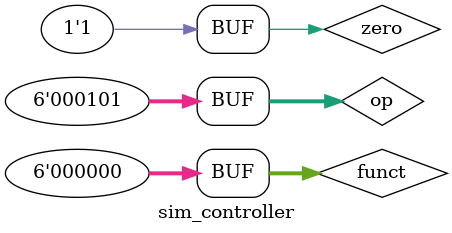
<source format=v>
`timescale 1ns / 1ps


module sim_controller();
    reg [5:0] op = 6'b0;
    reg [5:0] funct=6'b0;
    reg zero=0;
    wire regwrite;
    wire regdst;
    wire alusrc;
    wire memwrite;
    wire memtoreg;
    wire jump;
    wire pcsrc;
    wire [2:0] alucontrol;
    controller uut(.op(op),.funct(funct),.zero(zero),.regwrite(regwrite),.regdst(regdst),.alusrc(alusrc),.memwrite(memwrite),.memtoreg(memtoreg),.jump(jump),.pcsrc(pcsrc),.alucontrol(alucontrol));
    initial begin
       #120; op<=6'b000000;
            #20; funct=6'b100000;
            #20; funct=6'b100010;
            #20; funct=6'b100100;
            #20; funct=6'b100101;
            #20; funct=6'b101010;
            #20; funct=6'b111111;
       #20;  op<=6'b100011;
            funct=6'b0;
       #20;  op<=6'b101011;
            funct=6'b0;
       #40;  op<=6'b000100;
            funct=6'b0;
            #20; zero=0;
            #20; zero=1;
       #20;  op<=6'b001000;
           funct=6'b0;
       #20;  op<=6'b000010;
           funct=6'b0; 
       #20;  op<=6'b000101;
    end  
endmodule

</source>
